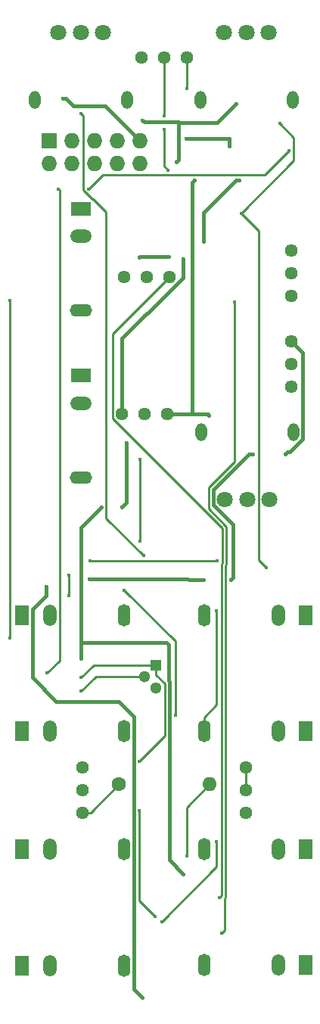
<source format=gbr>
G04 #@! TF.GenerationSoftware,KiCad,Pcbnew,(5.0.1)-4*
G04 #@! TF.CreationDate,2019-03-05T01:35:26-06:00*
G04 #@! TF.ProjectId,VCO,56434F2E6B696361645F706362000000,rev?*
G04 #@! TF.SameCoordinates,Original*
G04 #@! TF.FileFunction,Copper,L1,Top,Signal*
G04 #@! TF.FilePolarity,Positive*
%FSLAX46Y46*%
G04 Gerber Fmt 4.6, Leading zero omitted, Abs format (unit mm)*
G04 Created by KiCad (PCBNEW (5.0.1)-4) date 3/5/2019 1:35:26*
%MOMM*%
%LPD*%
G01*
G04 APERTURE LIST*
G04 #@! TA.AperFunction,ComponentPad*
%ADD10O,1.500000X2.400000*%
G04 #@! TD*
G04 #@! TA.AperFunction,ComponentPad*
%ADD11R,1.500000X2.200000*%
G04 #@! TD*
G04 #@! TA.AperFunction,ComponentPad*
%ADD12O,1.400000X2.500000*%
G04 #@! TD*
G04 #@! TA.AperFunction,ComponentPad*
%ADD13C,1.440000*%
G04 #@! TD*
G04 #@! TA.AperFunction,ComponentPad*
%ADD14C,1.600000*%
G04 #@! TD*
G04 #@! TA.AperFunction,ComponentPad*
%ADD15O,1.600000X1.600000*%
G04 #@! TD*
G04 #@! TA.AperFunction,ComponentPad*
%ADD16C,1.300000*%
G04 #@! TD*
G04 #@! TA.AperFunction,ComponentPad*
%ADD17R,1.300000X1.300000*%
G04 #@! TD*
G04 #@! TA.AperFunction,ComponentPad*
%ADD18O,1.300000X2.000000*%
G04 #@! TD*
G04 #@! TA.AperFunction,ComponentPad*
%ADD19C,1.800000*%
G04 #@! TD*
G04 #@! TA.AperFunction,ComponentPad*
%ADD20O,2.500000X1.400000*%
G04 #@! TD*
G04 #@! TA.AperFunction,ComponentPad*
%ADD21R,2.200000X1.500000*%
G04 #@! TD*
G04 #@! TA.AperFunction,ComponentPad*
%ADD22O,2.400000X1.500000*%
G04 #@! TD*
G04 #@! TA.AperFunction,ComponentPad*
%ADD23R,1.727200X1.727200*%
G04 #@! TD*
G04 #@! TA.AperFunction,ComponentPad*
%ADD24O,1.727200X1.727200*%
G04 #@! TD*
G04 #@! TA.AperFunction,ViaPad*
%ADD25C,0.450000*%
G04 #@! TD*
G04 #@! TA.AperFunction,Conductor*
%ADD26C,0.400000*%
G04 #@! TD*
G04 #@! TA.AperFunction,Conductor*
%ADD27C,0.250000*%
G04 #@! TD*
G04 APERTURE END LIST*
D10*
G04 #@! TO.P,J9,TN*
G04 #@! TO.N,Net-(J9-PadTN)*
X175462000Y130556000D03*
D11*
G04 #@! TO.P,J9,S*
G04 #@! TO.N,GND*
X178562000Y130556000D03*
D12*
G04 #@! TO.P,J9,T*
G04 #@! TO.N,RMP*
X167162000Y130556000D03*
G04 #@! TD*
D13*
G04 #@! TO.P,RV5,1*
G04 #@! TO.N,Net-(R6-Pad2)*
X176911000Y179197000D03*
G04 #@! TO.P,RV5,2*
G04 #@! TO.N,Net-(C1-Pad1)*
X176911000Y181737000D03*
G04 #@! TO.P,RV5,3*
G04 #@! TO.N,GND*
X176911000Y184277000D03*
G04 #@! TD*
D14*
G04 #@! TO.P,R24,1*
G04 #@! TO.N,Net-(C19-Pad2)*
X157632872Y124578652D03*
D15*
G04 #@! TO.P,R24,2*
G04 #@! TO.N,Net-(C19-Pad1)*
X167792872Y124578652D03*
G04 #@! TD*
D16*
G04 #@! TO.P,Q1,2*
G04 #@! TO.N,RAW*
X160528000Y136652000D03*
G04 #@! TO.P,Q1,3*
G04 #@! TO.N,Net-(Q1-Pad3)*
X161798000Y135382000D03*
D17*
G04 #@! TO.P,Q1,1*
G04 #@! TO.N,Net-(C6-Pad1)*
X161798000Y137922000D03*
G04 #@! TD*
D18*
G04 #@! TO.P,RV39,*
G04 #@! TO.N,*
X177148000Y163964000D03*
D19*
G04 #@! TO.P,RV39,3*
G04 #@! TO.N,R39P3*
X169498000Y156464000D03*
G04 #@! TO.P,RV39,2*
G04 #@! TO.N,R39P2*
X171998000Y156464000D03*
G04 #@! TO.P,RV39,1*
G04 #@! TO.N,R39P1*
X174498000Y156464000D03*
D18*
G04 #@! TO.P,RV39,*
G04 #@! TO.N,*
X166848000Y163964000D03*
G04 #@! TD*
G04 #@! TO.P,RV3,*
G04 #@! TO.N,*
X166768000Y201161000D03*
D19*
G04 #@! TO.P,RV3,3*
G04 #@! TO.N,R3P1*
X174418000Y208661000D03*
G04 #@! TO.P,RV3,2*
G04 #@! TO.N,R3P2*
X171918000Y208661000D03*
G04 #@! TO.P,RV3,1*
G04 #@! TO.N,R3P3*
X169418000Y208661000D03*
D18*
G04 #@! TO.P,RV3,*
G04 #@! TO.N,*
X177068000Y201161000D03*
G04 #@! TD*
G04 #@! TO.P,RV2,*
G04 #@! TO.N,*
X148226000Y201161000D03*
D19*
G04 #@! TO.P,RV2,3*
G04 #@! TO.N,R2P1*
X155876000Y208661000D03*
G04 #@! TO.P,RV2,2*
G04 #@! TO.N,R2P2*
X153376000Y208661000D03*
G04 #@! TO.P,RV2,1*
G04 #@! TO.N,R2P3*
X150876000Y208661000D03*
D18*
G04 #@! TO.P,RV2,*
G04 #@! TO.N,*
X158526000Y201161000D03*
G04 #@! TD*
D20*
G04 #@! TO.P,J1,T*
G04 #@! TO.N,SYNC*
X153416000Y177576000D03*
D21*
G04 #@! TO.P,J1,S*
G04 #@! TO.N,GND*
X153416000Y188976000D03*
D22*
G04 #@! TO.P,J1,TN*
G04 #@! TO.N,Net-(J1-PadTN)*
X153416000Y185876000D03*
G04 #@! TD*
G04 #@! TO.P,J2,TN*
G04 #@! TO.N,Net-(J2-PadTN)*
X153416000Y167207000D03*
D21*
G04 #@! TO.P,J2,S*
G04 #@! TO.N,GND*
X153416000Y170307000D03*
D20*
G04 #@! TO.P,J2,T*
G04 #@! TO.N,PWM*
X153416000Y158907000D03*
G04 #@! TD*
D10*
G04 #@! TO.P,J3,TN*
G04 #@! TO.N,Net-(J3-PadTN)*
X149912000Y104267000D03*
D11*
G04 #@! TO.P,J3,S*
G04 #@! TO.N,GND*
X146812000Y104267000D03*
D12*
G04 #@! TO.P,J3,T*
G04 #@! TO.N,LIN*
X158212000Y104267000D03*
G04 #@! TD*
D10*
G04 #@! TO.P,J4,TN*
G04 #@! TO.N,Net-(J4-PadTN)*
X149912000Y143510000D03*
D11*
G04 #@! TO.P,J4,S*
G04 #@! TO.N,GND*
X146812000Y143510000D03*
D12*
G04 #@! TO.P,J4,T*
G04 #@! TO.N,CV1*
X158212000Y143510000D03*
G04 #@! TD*
G04 #@! TO.P,J5,T*
G04 #@! TO.N,CV2*
X158212000Y130556000D03*
D11*
G04 #@! TO.P,J5,S*
G04 #@! TO.N,GND*
X146812000Y130556000D03*
D10*
G04 #@! TO.P,J5,TN*
G04 #@! TO.N,Net-(J5-PadTN)*
X149912000Y130556000D03*
G04 #@! TD*
G04 #@! TO.P,J6,TN*
G04 #@! TO.N,Net-(J6-PadTN)*
X149912000Y117348000D03*
D11*
G04 #@! TO.P,J6,S*
G04 #@! TO.N,GND*
X146812000Y117348000D03*
D12*
G04 #@! TO.P,J6,T*
G04 #@! TO.N,CV3*
X158212000Y117348000D03*
G04 #@! TD*
G04 #@! TO.P,J7,T*
G04 #@! TO.N,SIN*
X167162000Y104394000D03*
D11*
G04 #@! TO.P,J7,S*
G04 #@! TO.N,GND*
X178562000Y104394000D03*
D10*
G04 #@! TO.P,J7,TN*
G04 #@! TO.N,Net-(J7-PadTN)*
X175462000Y104394000D03*
G04 #@! TD*
D12*
G04 #@! TO.P,J8,T*
G04 #@! TO.N,TRI*
X167162000Y117348000D03*
D11*
G04 #@! TO.P,J8,S*
G04 #@! TO.N,GND*
X178562000Y117348000D03*
D10*
G04 #@! TO.P,J8,TN*
G04 #@! TO.N,Net-(J8-PadTN)*
X175462000Y117348000D03*
G04 #@! TD*
D12*
G04 #@! TO.P,J10,T*
G04 #@! TO.N,SQR*
X167162000Y143510000D03*
D11*
G04 #@! TO.P,J10,S*
G04 #@! TO.N,GND*
X178562000Y143510000D03*
D10*
G04 #@! TO.P,J10,TN*
G04 #@! TO.N,Net-(J10-PadTN)*
X175462000Y143510000D03*
G04 #@! TD*
D23*
G04 #@! TO.P,PWR1,1*
G04 #@! TO.N,-12V*
X149860000Y196596000D03*
D24*
G04 #@! TO.P,PWR1,2*
X149860000Y194056000D03*
G04 #@! TO.P,PWR1,3*
G04 #@! TO.N,GND*
X152400000Y196596000D03*
G04 #@! TO.P,PWR1,4*
X152400000Y194056000D03*
G04 #@! TO.P,PWR1,5*
X154940000Y196596000D03*
G04 #@! TO.P,PWR1,6*
X154940000Y194056000D03*
G04 #@! TO.P,PWR1,7*
X157480000Y196596000D03*
G04 #@! TO.P,PWR1,8*
X157480000Y194056000D03*
G04 #@! TO.P,PWR1,9*
G04 #@! TO.N,+12V*
X160020000Y196596000D03*
G04 #@! TO.P,PWR1,10*
X160020000Y194056000D03*
G04 #@! TD*
D13*
G04 #@! TO.P,RV7,3*
G04 #@! TO.N,GND*
X160147000Y205867000D03*
G04 #@! TO.P,RV7,2*
G04 #@! TO.N,Net-(C2-Pad1)*
X162687000Y205867000D03*
G04 #@! TO.P,RV7,1*
G04 #@! TO.N,Net-(R1-Pad2)*
X165227000Y205867000D03*
G04 #@! TD*
G04 #@! TO.P,RV11,3*
G04 #@! TO.N,Net-(C3-Pad2)*
X171831000Y121412000D03*
G04 #@! TO.P,RV11,2*
G04 #@! TO.N,Net-(R9-Pad1)*
X171831000Y123952000D03*
G04 #@! TO.P,RV11,1*
X171831000Y126492000D03*
G04 #@! TD*
G04 #@! TO.P,RV16,1*
G04 #@! TO.N,Net-(C19-Pad2)*
X153543000Y121412000D03*
G04 #@! TO.P,RV16,2*
G04 #@! TO.N,Net-(RV16-Pad2)*
X153543000Y123952000D03*
G04 #@! TO.P,RV16,3*
G04 #@! TO.N,Net-(R19-Pad2)*
X153543000Y126492000D03*
G04 #@! TD*
G04 #@! TO.P,RV59,1*
G04 #@! TO.N,Net-(R44-Pad2)*
X176911000Y169037000D03*
G04 #@! TO.P,RV59,2*
X176911000Y171577000D03*
G04 #@! TO.P,RV59,3*
G04 #@! TO.N,+12V*
X176911000Y174117000D03*
G04 #@! TD*
G04 #@! TO.P,RV60,1*
G04 #@! TO.N,-12V*
X163068000Y165989000D03*
G04 #@! TO.P,RV60,2*
G04 #@! TO.N,Net-(R61-Pad2)*
X160528000Y165989000D03*
G04 #@! TO.P,RV60,3*
G04 #@! TO.N,+12V*
X157988000Y165989000D03*
G04 #@! TD*
G04 #@! TO.P,RV64,3*
G04 #@! TO.N,Net-(R14-Pad1)*
X163322000Y181356000D03*
G04 #@! TO.P,RV64,2*
G04 #@! TO.N,Net-(R48-Pad2)*
X160782000Y181356000D03*
G04 #@! TO.P,RV64,1*
X158242000Y181356000D03*
G04 #@! TD*
D25*
G04 #@! TO.N,GND*
X163195000Y183642000D03*
X159893000Y183515000D03*
G04 #@! TO.N,Net-(C2-Pad1)*
X163144589Y193290409D03*
X162687000Y199390000D03*
X162687000Y197866000D03*
G04 #@! TO.N,Net-(C3-Pad2)*
X162433000Y109220000D03*
X168584989Y118127279D03*
G04 #@! TO.N,Net-(C3-Pad1)*
X161671000Y109818500D03*
X159937020Y121607568D03*
G04 #@! TO.N,Net-(C6-Pad1)*
X153416000Y136525000D03*
X159937020Y127178692D03*
G04 #@! TO.N,RAW*
X153416000Y135001000D03*
G04 #@! TO.N,+12V*
X176276000Y161544000D03*
X160528000Y177038000D03*
X160274000Y100711000D03*
X157607000Y133858000D03*
X170180000Y147447000D03*
X172593000Y161544000D03*
X167132000Y185293000D03*
X167132000Y147447000D03*
X154305000Y147574000D03*
X149515500Y146685000D03*
X171069000Y192151000D03*
X170023899Y196003010D03*
X164846000Y183388000D03*
X151384000Y201295000D03*
X165188009Y196817438D03*
G04 #@! TO.N,-12V*
X167722989Y165869156D03*
X155659990Y155568407D03*
X153416000Y138684000D03*
X163195000Y140208000D03*
X164846000Y114554000D03*
X160274000Y198882000D03*
X158496000Y162814000D03*
X157988000Y155575000D03*
X164076084Y194190916D03*
X165862000Y180467000D03*
X166116000Y192151000D03*
X170751500Y200723500D03*
G04 #@! TO.N,Net-(C14-Pad1)*
X145415000Y140970000D03*
X145415000Y178689000D03*
G04 #@! TO.N,Net-(C19-Pad1)*
X165227000Y116586000D03*
X163957000Y132334000D03*
X158242000Y146304000D03*
X160393084Y150153459D03*
X153416000Y199644000D03*
G04 #@! TO.N,Net-(D3-Pad2)*
X171323000Y188468000D03*
X175641000Y198501000D03*
X174117000Y148844000D03*
X168653449Y149603449D03*
X154429450Y149603450D03*
G04 #@! TO.N,Net-(R1-Pad2)*
X165276582Y202388418D03*
G04 #@! TO.N,Net-(R12-Pad1)*
X149606000Y137033000D03*
X150876000Y191135000D03*
X176657000Y195453000D03*
X154284094Y191171739D03*
G04 #@! TO.N,Net-(R14-Pad1)*
X168910000Y111887000D03*
G04 #@! TO.N,RMP*
X168584989Y143988927D03*
G04 #@! TO.N,Net-(R34-Pad1)*
X152019000Y145669000D03*
X152019000Y147955000D03*
G04 #@! TO.N,Net-(R35-Pad1)*
X160020000Y151765000D03*
X160020000Y160909000D03*
G04 #@! TO.N,Net-(R49-Pad2)*
X169164000Y107950000D03*
X170561000Y178562000D03*
G04 #@! TD*
D26*
G04 #@! TO.N,GND*
X160020000Y183642000D02*
X159893000Y183515000D01*
X163195000Y183642000D02*
X160020000Y183642000D01*
D27*
G04 #@! TO.N,Net-(C2-Pad1)*
X162687000Y205867000D02*
X162687000Y199390000D01*
X162687000Y193747998D02*
X163144589Y193290409D01*
X162687000Y197866000D02*
X162687000Y193747998D01*
G04 #@! TO.N,Net-(C3-Pad2)*
X168584989Y115371989D02*
X168584989Y118127279D01*
X162433000Y109220000D02*
X168584989Y115371989D01*
G04 #@! TO.N,Net-(C3-Pad1)*
X159937020Y111552480D02*
X159937020Y121607568D01*
X161671000Y109818500D02*
X159937020Y111552480D01*
G04 #@! TO.N,Net-(C6-Pad1)*
X154813000Y137922000D02*
X161798000Y137922000D01*
X153416000Y136525000D02*
X154813000Y137922000D01*
X162773001Y135850001D02*
X162773001Y130014673D01*
X162773001Y130014673D02*
X159937020Y127178692D01*
X161798000Y137922000D02*
X161798000Y136825002D01*
X161798000Y136825002D02*
X162773001Y135850001D01*
G04 #@! TO.N,RAW*
X155067000Y136652000D02*
X160528000Y136652000D01*
X153416000Y135001000D02*
X155067000Y136652000D01*
D26*
G04 #@! TO.N,+12V*
X178198010Y172829990D02*
X176911000Y174117000D01*
X178198010Y163179072D02*
X178198010Y172829990D01*
X176500999Y161768999D02*
X176787937Y161768999D01*
X176787937Y161768999D02*
X178198010Y163179072D01*
X176276000Y161544000D02*
X176500999Y161768999D01*
X157988000Y174498000D02*
X157988000Y165989000D01*
X160528000Y177038000D02*
X157988000Y174498000D01*
X159312010Y101672990D02*
X160274000Y100711000D01*
X159312010Y132152990D02*
X159312010Y101672990D01*
X157607000Y133858000D02*
X159312010Y132152990D01*
X157607000Y133858000D02*
X150622000Y133858000D01*
X150622000Y133858000D02*
X147962001Y136517999D01*
X168197999Y155839999D02*
X168197999Y157529999D01*
X170404999Y153632999D02*
X168197999Y155839999D01*
X172212000Y161544000D02*
X168197999Y157529999D01*
X172593000Y161544000D02*
X172212000Y161544000D01*
X165354000Y147574000D02*
X154305000Y147574000D01*
X149515500Y145698499D02*
X147962001Y144145000D01*
X149515500Y146685000D02*
X149515500Y145698499D01*
X147962001Y136517999D02*
X147962001Y144145000D01*
X167132000Y188532198D02*
X167132000Y185293000D01*
X170750802Y192151000D02*
X167132000Y188532198D01*
X171069000Y192151000D02*
X170750802Y192151000D01*
X165188009Y196817438D02*
X170020438Y196817438D01*
X170023899Y196813977D02*
X170023899Y196003010D01*
X170020438Y196817438D02*
X170023899Y196813977D01*
X160886601Y177262999D02*
X164846000Y181222398D01*
X160528000Y177038000D02*
X160752999Y177262999D01*
X160752999Y177262999D02*
X160886601Y177262999D01*
X164846000Y181222398D02*
X164846000Y183388000D01*
X165481000Y147447000D02*
X165354000Y147574000D01*
X167132000Y147447000D02*
X165481000Y147447000D01*
X170404999Y147671999D02*
X170180000Y147447000D01*
X170404999Y153632999D02*
X170404999Y147671999D01*
X151702198Y201295000D02*
X152527698Y200469500D01*
X151384000Y201295000D02*
X151702198Y201295000D01*
X156146500Y200469500D02*
X160020000Y196596000D01*
X152527698Y200469500D02*
X156146500Y200469500D01*
G04 #@! TO.N,-12V*
X167603145Y165989000D02*
X167722989Y165869156D01*
X163298012Y116101988D02*
X164846000Y114554000D01*
X163298012Y136067467D02*
X163298012Y116101988D01*
X163195000Y136170479D02*
X163298012Y136067467D01*
X163195000Y140208000D02*
X163195000Y136170479D01*
X164308999Y198657001D02*
X164338000Y198628000D01*
X160498999Y198657001D02*
X164308999Y198657001D01*
X160274000Y198882000D02*
X160498999Y198657001D01*
X158496000Y162814000D02*
X158496000Y156083000D01*
X158496000Y156083000D02*
X157988000Y155575000D01*
X164338000Y198628000D02*
X164338000Y194452832D01*
X164338000Y194452832D02*
X164076084Y194190916D01*
X165862000Y180467000D02*
X165862000Y191897000D01*
X165862000Y191897000D02*
X166116000Y192151000D01*
X165862000Y180467000D02*
X165862000Y165989000D01*
X163068000Y165989000D02*
X165862000Y165989000D01*
X165862000Y165989000D02*
X167603145Y165989000D01*
X155659990Y155568407D02*
X153416000Y153324417D01*
X153416000Y153324417D02*
X153416000Y140462000D01*
X162970001Y140432999D02*
X153445001Y140432999D01*
X163195000Y140208000D02*
X162970001Y140432999D01*
X153445001Y140432999D02*
X153416000Y140462000D01*
X153416000Y140462000D02*
X153416000Y138684000D01*
X170751500Y200723500D02*
X168656000Y198628000D01*
X164338000Y198628000D02*
X168656000Y198628000D01*
D27*
G04 #@! TO.N,Net-(C14-Pad1)*
X145415000Y140970000D02*
X145415000Y178689000D01*
G04 #@! TO.N,Net-(C19-Pad2)*
X154466220Y121412000D02*
X153543000Y121412000D01*
X157632872Y124578652D02*
X154466220Y121412000D01*
G04 #@! TO.N,Net-(C19-Pad1)*
X165227000Y122012780D02*
X167792872Y124578652D01*
X165227000Y116586000D02*
X165227000Y122012780D01*
X163957000Y132334000D02*
X163957000Y140589000D01*
X163957000Y140589000D02*
X158242000Y146304000D01*
X153640999Y191037001D02*
X153665526Y199390000D01*
X154626999Y190051001D02*
X153640999Y191037001D01*
X154776001Y190051001D02*
X154626999Y190051001D01*
X156210000Y188617002D02*
X154776001Y190051001D01*
X160393084Y150153459D02*
X156210000Y154336543D01*
X156210000Y154336543D02*
X156210000Y188617002D01*
X153665526Y199394474D02*
X153665526Y199390000D01*
X153416000Y199644000D02*
X153665526Y199394474D01*
G04 #@! TO.N,Net-(D3-Pad2)*
X173272999Y186518001D02*
X171323000Y188468000D01*
X174117000Y148844000D02*
X173272999Y149688001D01*
X173272999Y149688001D02*
X173272999Y186518001D01*
X177207002Y196934998D02*
X175641000Y198501000D01*
X171323000Y188468000D02*
X177207002Y194352002D01*
X177207002Y194352002D02*
X177207002Y196934998D01*
X168653449Y149603449D02*
X168335250Y149603450D01*
X168335250Y149603450D02*
X154429450Y149603450D01*
G04 #@! TO.N,Net-(R1-Pad2)*
X165227000Y202438000D02*
X165276582Y202388418D01*
X165227000Y205867000D02*
X165227000Y202438000D01*
G04 #@! TO.N,Net-(R9-Pad1)*
X171831000Y126492000D02*
X171831000Y123952000D01*
G04 #@! TO.N,Net-(R12-Pad1)*
X155852754Y192740399D02*
X154284094Y191171739D01*
X176657000Y195453000D02*
X173944399Y192740399D01*
X173944399Y192740399D02*
X155852754Y192740399D01*
X150987010Y191023990D02*
X150876000Y191135000D01*
X150987010Y138414010D02*
X150987010Y191023990D01*
X149606000Y137033000D02*
X150987010Y138414010D01*
G04 #@! TO.N,Net-(R14-Pad1)*
X156942999Y174976999D02*
X163322000Y181356000D01*
X169134999Y112111999D02*
X169134999Y149270995D01*
X156942999Y165487399D02*
X156942999Y174976999D01*
X169203451Y153226947D02*
X156942999Y165487399D01*
X168910000Y111887000D02*
X169134999Y112111999D01*
X169203451Y149339447D02*
X169203451Y153226947D01*
X169134999Y149270995D02*
X169203451Y149339447D01*
G04 #@! TO.N,RMP*
X167162000Y130556000D02*
X167162000Y132056000D01*
X167162000Y132056000D02*
X168584989Y133478989D01*
X168584989Y133478989D02*
X168584989Y143988927D01*
G04 #@! TO.N,Net-(R34-Pad1)*
X152019000Y145669000D02*
X152019000Y147955000D01*
G04 #@! TO.N,Net-(R35-Pad1)*
X160020000Y151765000D02*
X160020000Y160909000D01*
G04 #@! TO.N,Net-(R49-Pad2)*
X169460001Y108246001D02*
X169164000Y107950000D01*
X169653462Y153413346D02*
X169653462Y149153047D01*
X170561000Y178562000D02*
X170561000Y160635476D01*
X170561000Y160635476D02*
X167672990Y157747466D01*
X169460001Y111800590D02*
X169460001Y108246001D01*
X169585010Y111925599D02*
X169460001Y111800590D01*
X167672990Y155393818D02*
X169653462Y153413346D01*
X169585010Y149084595D02*
X169585010Y111925599D01*
X167672990Y157747466D02*
X167672990Y155393818D01*
X169653462Y149153047D02*
X169585010Y149084595D01*
G04 #@! TD*
M02*

</source>
